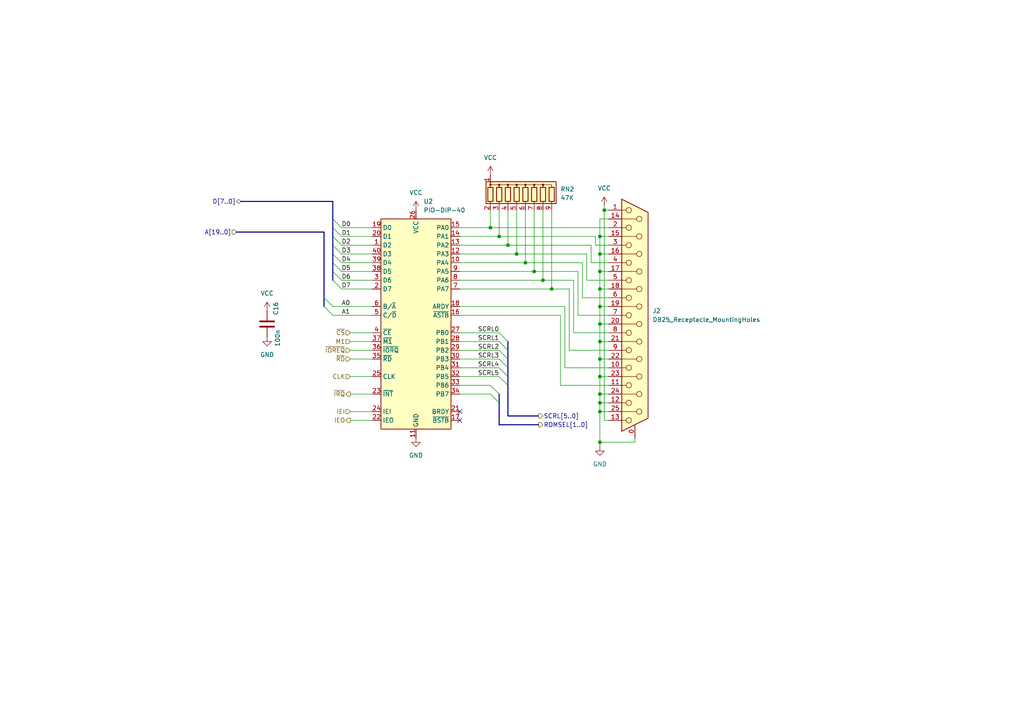
<source format=kicad_sch>
(kicad_sch (version 20231120) (generator "eeschema") (generator_version "8.0")
  (paper "A4")
  (lib_symbols
    (symbol "Connector:DB25_Receptacle_MountingHoles" (pin_names (offset 1.016) hide)
      (property "Reference" "J" (at 0 36.83 0))
      (property "Value" "DB25_Receptacle_MountingHoles" (at 0 34.925 0))
      (symbol "DB25_Receptacle_MountingHoles_0_1"
        (circle (center -1.778 -30.48) (radius 0.762))
        (circle (center -1.778 -25.4) (radius 0.762))
        (circle (center -1.778 -20.32) (radius 0.762))
        (circle (center -1.778 -15.24) (radius 0.762))
        (circle (center -1.778 -10.16) (radius 0.762))
        (circle (center -1.778 -5.08) (radius 0.762))
        (circle (center -1.778 0) (radius 0.762))
        (circle (center -1.778 5.08) (radius 0.762))
        (circle (center -1.778 10.16) (radius 0.762))
        (circle (center -1.778 15.24) (radius 0.762))
        (circle (center -1.778 20.32) (radius 0.762))
        (circle (center -1.778 25.4) (radius 0.762))
        (circle (center -1.778 30.48) (radius 0.762))
        (polyline (pts (xy -3.81 -30.48) (xy -2.54 -30.48)))
        (polyline (pts (xy -3.81 -27.94) (xy 0.508 -27.94)))
        (polyline (pts (xy -3.81 -25.4) (xy -2.54 -25.4)))
        (polyline (pts (xy -3.81 -22.86) (xy 0.508 -22.86)))
        (polyline (pts (xy -3.81 -20.32) (xy -2.54 -20.32)))
        (polyline (pts (xy -3.81 -17.78) (xy 0.508 -17.78)))
        (polyline (pts (xy -3.81 -15.24) (xy -2.54 -15.24)))
        (polyline (pts (xy -3.81 -12.7) (xy 0.508 -12.7)))
        (polyline (pts (xy -3.81 -10.16) (xy -2.54 -10.16)))
        (polyline (pts (xy -3.81 -7.62) (xy 0.508 -7.62)))
        (polyline (pts (xy -3.81 -5.08) (xy -2.54 -5.08)))
        (polyline (pts (xy -3.81 -2.54) (xy 0.508 -2.54)))
        (polyline (pts (xy -3.81 0) (xy -2.54 0)))
        (polyline (pts (xy -3.81 2.54) (xy 0.508 2.54)))
        (polyline (pts (xy -3.81 5.08) (xy -2.54 5.08)))
        (polyline (pts (xy -3.81 7.62) (xy 0.508 7.62)))
        (polyline (pts (xy -3.81 10.16) (xy -2.54 10.16)))
        (polyline (pts (xy -3.81 12.7) (xy 0.508 12.7)))
        (polyline (pts (xy -3.81 15.24) (xy -2.54 15.24)))
        (polyline (pts (xy -3.81 17.78) (xy 0.508 17.78)))
        (polyline (pts (xy -3.81 20.32) (xy -2.54 20.32)))
        (polyline (pts (xy -3.81 22.86) (xy 0.508 22.86)))
        (polyline (pts (xy -3.81 25.4) (xy -2.54 25.4)))
        (polyline (pts (xy -3.81 27.94) (xy 0.508 27.94)))
        (polyline (pts (xy -3.81 30.48) (xy -2.54 30.48)))
        (polyline (pts (xy -3.81 33.655) (xy 3.81 29.845) (xy 3.81 -29.845) (xy -3.81 -33.655) (xy -3.81 33.655)) (stroke (width 0.254)) (fill (type background)))
        (circle (center 1.27 -27.94) (radius 0.762))
        (circle (center 1.27 -22.86) (radius 0.762))
        (circle (center 1.27 -17.78) (radius 0.762))
        (circle (center 1.27 -12.7) (radius 0.762))
        (circle (center 1.27 -7.62) (radius 0.762))
        (circle (center 1.27 -2.54) (radius 0.762))
        (circle (center 1.27 2.54) (radius 0.762))
        (circle (center 1.27 7.62) (radius 0.762))
        (circle (center 1.27 12.7) (radius 0.762))
        (circle (center 1.27 17.78) (radius 0.762))
        (circle (center 1.27 22.86) (radius 0.762))
        (circle (center 1.27 27.94) (radius 0.762))
      )
      (symbol "DB25_Receptacle_MountingHoles_1_1"
        (pin passive line (at 0 -35.56 90) (length 3.81) (name "PAD") (number "0"))
        (pin passive line (at -7.62 30.48 0) (length 3.81) (name "1") (number "1"))
        (pin passive line (at -7.62 -15.24 0) (length 3.81) (name "10") (number "10"))
        (pin passive line (at -7.62 -20.32 0) (length 3.81) (name "11") (number "11"))
        (pin passive line (at -7.62 -25.4 0) (length 3.81) (name "12") (number "12"))
        (pin passive line (at -7.62 -30.48 0) (length 3.81) (name "13") (number "13"))
        (pin passive line (at -7.62 27.94 0) (length 3.81) (name "P14") (number "14"))
        (pin passive line (at -7.62 22.86 0) (length 3.81) (name "P15") (number "15"))
        (pin passive line (at -7.62 17.78 0) (length 3.81) (name "P16") (number "16"))
        (pin passive line (at -7.62 12.7 0) (length 3.81) (name "P17") (number "17"))
        (pin passive line (at -7.62 7.62 0) (length 3.81) (name "P18") (number "18"))
        (pin passive line (at -7.62 2.54 0) (length 3.81) (name "P19") (number "19"))
        (pin passive line (at -7.62 25.4 0) (length 3.81) (name "2") (number "2"))
        (pin passive line (at -7.62 -2.54 0) (length 3.81) (name "P20") (number "20"))
        (pin passive line (at -7.62 -7.62 0) (length 3.81) (name "P21") (number "21"))
        (pin passive line (at -7.62 -12.7 0) (length 3.81) (name "P22") (number "22"))
        (pin passive line (at -7.62 -17.78 0) (length 3.81) (name "P23") (number "23"))
        (pin passive line (at -7.62 -22.86 0) (length 3.81) (name "P24") (number "24"))
        (pin passive line (at -7.62 -27.94 0) (length 3.81) (name "P25") (number "25"))
        (pin passive line (at -7.62 20.32 0) (length 3.81) (name "3") (number "3"))
        (pin passive line (at -7.62 15.24 0) (length 3.81) (name "4") (number "4"))
        (pin passive line (at -7.62 10.16 0) (length 3.81) (name "5") (number "5"))
        (pin passive line (at -7.62 5.08 0) (length 3.81) (name "6") (number "6"))
        (pin passive line (at -7.62 0 0) (length 3.81) (name "7") (number "7"))
        (pin passive line (at -7.62 -5.08 0) (length 3.81) (name "8") (number "8"))
        (pin passive line (at -7.62 -10.16 0) (length 3.81) (name "9") (number "9"))
      )
    )
    (symbol "Device:C" (pin_numbers hide) (pin_names (offset 0.254))
      (property "Reference" "C" (at 0.635 2.54 0))
      (property "Value" "C" (at 0.635 -2.54 0))
      (symbol "C_0_1"
        (polyline (pts (xy -2.032 -0.762) (xy 2.032 -0.762)) (stroke (width 0.508)))
        (polyline (pts (xy -2.032 0.762) (xy 2.032 0.762)) (stroke (width 0.508)))
      )
      (symbol "C_1_1"
        (pin passive line (at 0 3.81 270) (length 2.794) (name "~") (number "1"))
        (pin passive line (at 0 -3.81 90) (length 2.794) (name "~") (number "2"))
      )
    )
    (symbol "Device:R_Network08" (pin_names (offset 0) hide)
      (property "Reference" "RN" (at -12.7 0 90))
      (property "Value" "R_Network08" (at 10.16 0 90))
      (symbol "R_Network08_0_1"
        (rectangle (start -11.43 -3.175) (end 8.89 3.175) (stroke (width 0.254)) (fill (type background)))
        (rectangle (start -10.922 1.524) (end -9.398 -2.54) (stroke (width 0.254)))
        (circle (center -10.16 2.286) (radius 0.254) (fill (type outline)))
        (rectangle (start -8.382 1.524) (end -6.858 -2.54) (stroke (width 0.254)))
        (circle (center -7.62 2.286) (radius 0.254) (fill (type outline)))
        (rectangle (start -5.842 1.524) (end -4.318 -2.54) (stroke (width 0.254)))
        (circle (center -5.08 2.286) (radius 0.254) (fill (type outline)))
        (rectangle (start -3.302 1.524) (end -1.778 -2.54) (stroke (width 0.254)))
        (circle (center -2.54 2.286) (radius 0.254) (fill (type outline)))
        (rectangle (start -0.762 1.524) (end 0.762 -2.54) (stroke (width 0.254)))
        (polyline (pts (xy -10.16 -2.54) (xy -10.16 -3.81)))
        (polyline (pts (xy -7.62 -2.54) (xy -7.62 -3.81)))
        (polyline (pts (xy -5.08 -2.54) (xy -5.08 -3.81)))
        (polyline (pts (xy -2.54 -2.54) (xy -2.54 -3.81)))
        (polyline (pts (xy 0 -2.54) (xy 0 -3.81)))
        (polyline (pts (xy 2.54 -2.54) (xy 2.54 -3.81)))
        (polyline (pts (xy 5.08 -2.54) (xy 5.08 -3.81)))
        (polyline (pts (xy 7.62 -2.54) (xy 7.62 -3.81)))
        (polyline (pts (xy -10.16 1.524) (xy -10.16 2.286) (xy -7.62 2.286) (xy -7.62 1.524)))
        (polyline (pts (xy -7.62 1.524) (xy -7.62 2.286) (xy -5.08 2.286) (xy -5.08 1.524)))
        (polyline (pts (xy -5.08 1.524) (xy -5.08 2.286) (xy -2.54 2.286) (xy -2.54 1.524)))
        (polyline (pts (xy -2.54 1.524) (xy -2.54 2.286) (xy 0 2.286) (xy 0 1.524)))
        (polyline (pts (xy 0 1.524) (xy 0 2.286) (xy 2.54 2.286) (xy 2.54 1.524)))
        (polyline (pts (xy 2.54 1.524) (xy 2.54 2.286) (xy 5.08 2.286) (xy 5.08 1.524)))
        (polyline (pts (xy 5.08 1.524) (xy 5.08 2.286) (xy 7.62 2.286) (xy 7.62 1.524)))
        (circle (center 0 2.286) (radius 0.254) (fill (type outline)))
        (rectangle (start 1.778 1.524) (end 3.302 -2.54) (stroke (width 0.254)))
        (circle (center 2.54 2.286) (radius 0.254) (fill (type outline)))
        (rectangle (start 4.318 1.524) (end 5.842 -2.54) (stroke (width 0.254)))
        (circle (center 5.08 2.286) (radius 0.254) (fill (type outline)))
        (rectangle (start 6.858 1.524) (end 8.382 -2.54) (stroke (width 0.254)))
      )
      (symbol "R_Network08_1_1"
        (pin passive line (at -10.16 5.08 270) (length 2.54) (name "common") (number "1"))
        (pin passive line (at -10.16 -5.08 90) (length 1.27) (name "R1") (number "2"))
        (pin passive line (at -7.62 -5.08 90) (length 1.27) (name "R2") (number "3"))
        (pin passive line (at -5.08 -5.08 90) (length 1.27) (name "R3") (number "4"))
        (pin passive line (at -2.54 -5.08 90) (length 1.27) (name "R4") (number "5"))
        (pin passive line (at 0 -5.08 90) (length 1.27) (name "R5") (number "6"))
        (pin passive line (at 2.54 -5.08 90) (length 1.27) (name "R6") (number "7"))
        (pin passive line (at 5.08 -5.08 90) (length 1.27) (name "R7") (number "8"))
        (pin passive line (at 7.62 -5.08 90) (length 1.27) (name "R8") (number "9"))
      )
    )
    (symbol "Zilog_Z80_Peripherals:PIO-DIP-40"
      (property "Reference" "U" (at 0 1.27 0))
      (property "Value" "PIO-DIP-40" (at 13.97 1.27 0))
      (symbol "PIO-DIP-40_1_0"
        (rectangle (start 0 0) (end 20.32 -60.96) (stroke (width 0.254)) (fill (type background)))
      )
      (symbol "PIO-DIP-40_1_1"
        (pin bidirectional line (at -2.54 -7.62 0) (length 2.54) (name "D2") (number "1"))
        (pin bidirectional line (at 22.86 -12.7 180) (length 2.54) (name "PA4") (number "10"))
        (pin power_in line (at 10.16 -63.5 90) (length 2.54) (name "GND") (number "11"))
        (pin bidirectional line (at 22.86 -10.16 180) (length 2.54) (name "PA3") (number "12"))
        (pin bidirectional line (at 22.86 -7.62 180) (length 2.54) (name "PA2") (number "13"))
        (pin bidirectional line (at 22.86 -5.08 180) (length 2.54) (name "PA1") (number "14"))
        (pin bidirectional line (at 22.86 -2.54 180) (length 2.54) (name "PA0") (number "15"))
        (pin input line (at 22.86 -27.94 180) (length 2.54) (name "~{ASTB}") (number "16"))
        (pin input line (at 22.86 -58.42 180) (length 2.54) (name "~{BSTB}") (number "17"))
        (pin output line (at 22.86 -25.4 180) (length 2.54) (name "ARDY") (number "18"))
        (pin bidirectional line (at -2.54 -2.54 0) (length 2.54) (name "D0") (number "19"))
        (pin bidirectional line (at -2.54 -20.32 0) (length 2.54) (name "D7") (number "2"))
        (pin bidirectional line (at -2.54 -5.08 0) (length 2.54) (name "D1") (number "20"))
        (pin output line (at 22.86 -55.88 180) (length 2.54) (name "BRDY") (number "21"))
        (pin output line (at -2.54 -58.42 0) (length 2.54) (name "IEO") (number "22"))
        (pin open_collector line (at -2.54 -50.8 0) (length 2.54) (name "~{INT}") (number "23"))
        (pin input line (at -2.54 -55.88 0) (length 2.54) (name "IEI") (number "24"))
        (pin input line (at -2.54 -45.72 0) (length 2.54) (name "CLK") (number "25"))
        (pin power_in line (at 10.16 2.54 270) (length 2.54) (name "VCC") (number "26"))
        (pin bidirectional line (at 22.86 -33.02 180) (length 2.54) (name "PB0") (number "27"))
        (pin bidirectional line (at 22.86 -35.56 180) (length 2.54) (name "PB1") (number "28"))
        (pin bidirectional line (at 22.86 -38.1 180) (length 2.54) (name "PB2") (number "29"))
        (pin bidirectional line (at -2.54 -17.78 0) (length 2.54) (name "D6") (number "3"))
        (pin bidirectional line (at 22.86 -40.64 180) (length 2.54) (name "PB3") (number "30"))
        (pin bidirectional line (at 22.86 -43.18 180) (length 2.54) (name "PB4") (number "31"))
        (pin bidirectional line (at 22.86 -45.72 180) (length 2.54) (name "PB5") (number "32"))
        (pin bidirectional line (at 22.86 -48.26 180) (length 2.54) (name "PB6") (number "33"))
        (pin bidirectional line (at 22.86 -50.8 180) (length 2.54) (name "PB7") (number "34"))
        (pin input line (at -2.54 -40.64 0) (length 2.54) (name "~{RD}") (number "35"))
        (pin input line (at -2.54 -38.1 0) (length 2.54) (name "~{IORQ}") (number "36"))
        (pin input line (at -2.54 -35.56 0) (length 2.54) (name "~{M1}") (number "37"))
        (pin bidirectional line (at -2.54 -15.24 0) (length 2.54) (name "D5") (number "38"))
        (pin bidirectional line (at -2.54 -12.7 0) (length 2.54) (name "D4") (number "39"))
        (pin input line (at -2.54 -33.02 0) (length 2.54) (name "~{CE}") (number "4"))
        (pin bidirectional line (at -2.54 -10.16 0) (length 2.54) (name "D3") (number "40"))
        (pin input line (at -2.54 -27.94 0) (length 2.54) (name "C/~{D}") (number "5"))
        (pin input line (at -2.54 -25.4 0) (length 2.54) (name "B/~{A}") (number "6"))
        (pin bidirectional line (at 22.86 -20.32 180) (length 2.54) (name "PA7") (number "7"))
        (pin bidirectional line (at 22.86 -17.78 180) (length 2.54) (name "PA6") (number "8"))
        (pin bidirectional line (at 22.86 -15.24 180) (length 2.54) (name "PA5") (number "9"))
      )
    )
    (symbol "power:GND" (power) (pin_numbers hide) (pin_names (offset 0) hide)
      (property "Value" "GND" (at 0 -3.81 0))
      (symbol "GND_0_1"
        (polyline (pts (xy 0 0) (xy 0 -1.27) (xy 1.27 -1.27) (xy 0 -2.54) (xy -1.27 -1.27) (xy 0 -1.27)))
      )
      (symbol "GND_1_1"
        (pin power_in line (at 0 0 270) (length 0) (name "~") (number "1"))
      )
    )
    (symbol "power:VCC" (power) (pin_numbers hide) (pin_names (offset 0) hide)
      (property "Value" "VCC" (at 0 3.556 0))
      (symbol "VCC_0_1"
        (polyline (pts (xy -0.762 1.27) (xy 0 2.54)))
        (polyline (pts (xy 0 0) (xy 0 2.54)))
        (polyline (pts (xy 0 2.54) (xy 0.762 1.27)))
      )
      (symbol "VCC_1_1"
        (pin power_in line (at 0 0 90) (length 0) (name "~") (number "1"))
      )
    )
  )
  (junction (at 173.99 68.58))
  (junction (at 173.99 119.38))
  (junction (at 173.99 83.82))
  (junction (at 175.26 60.96))
  (junction (at 173.99 73.66))
  (junction (at 173.99 116.84))
  (junction (at 152.4 76.2))
  (junction (at 173.99 128.27))
  (junction (at 173.99 99.06))
  (junction (at 142.24 66.04))
  (junction (at 160.02 83.82))
  (junction (at 173.99 88.9))
  (junction (at 173.99 78.74))
  (junction (at 149.86 73.66))
  (junction (at 173.99 93.98))
  (junction (at 154.94 78.74))
  (junction (at 173.99 104.14))
  (junction (at 147.32 71.12))
  (junction (at 157.48 81.28))
  (junction (at 144.78 68.58))
  (junction (at 173.99 114.3))
  (junction (at 173.99 109.22))
  (no_connect (at 133.35 121.92))
  (no_connect (at 133.35 119.38))
  (bus_entry (at 96.52 78.74) (size 2.54 2.54))
  (bus_entry (at 96.52 76.2) (size 2.54 2.54))
  (bus_entry (at 147.32 99.06) (size -2.54 -2.54))
  (bus_entry (at 144.78 114.3) (size -2.54 -2.54))
  (bus_entry (at 96.52 71.12) (size 2.54 2.54))
  (bus_entry (at 147.32 109.22) (size -2.54 -2.54))
  (bus_entry (at 147.32 106.68) (size -2.54 -2.54))
  (bus_entry (at 96.52 63.5) (size 2.54 2.54))
  (bus_entry (at 147.32 111.76) (size -2.54 -2.54))
  (bus_entry (at 96.52 66.04) (size 2.54 2.54))
  (bus_entry (at 147.32 104.14) (size -2.54 -2.54))
  (bus_entry (at 147.32 101.6) (size -2.54 -2.54))
  (bus_entry (at 96.52 73.66) (size 2.54 2.54))
  (bus_entry (at 96.52 68.58) (size 2.54 2.54))
  (bus_entry (at 93.98 86.36) (size 2.54 2.54))
  (bus_entry (at 93.98 88.9) (size 2.54 2.54))
  (bus_entry (at 96.52 81.28) (size 2.54 2.54))
  (bus_entry (at 144.78 116.84) (size -2.54 -2.54))
  (wire (pts (xy 101.6 109.22) (xy 107.95 109.22)))
  (wire (pts (xy 96.52 91.44) (xy 107.95 91.44)))
  (wire (pts (xy 173.99 128.27) (xy 173.99 119.38)))
  (wire (pts (xy 101.6 96.52) (xy 107.95 96.52)))
  (bus (pts (xy 147.32 101.6) (xy 147.32 104.14)))
  (bus (pts (xy 144.78 116.84) (xy 144.78 123.19)))
  (wire (pts (xy 175.26 60.96) (xy 176.53 60.96)))
  (wire (pts (xy 160.02 83.82) (xy 165.1 83.82)))
  (wire (pts (xy 142.24 60.96) (xy 142.24 66.04)))
  (wire (pts (xy 133.35 101.6) (xy 144.78 101.6)))
  (wire (pts (xy 170.18 81.28) (xy 176.53 81.28)))
  (wire (pts (xy 167.64 91.44) (xy 176.53 91.44)))
  (wire (pts (xy 173.99 114.3) (xy 173.99 109.22)))
  (wire (pts (xy 173.99 63.5) (xy 176.53 63.5)))
  (bus (pts (xy 96.52 81.28) (xy 96.52 78.74)))
  (wire (pts (xy 173.99 99.06) (xy 173.99 93.98)))
  (bus (pts (xy 96.52 66.04) (xy 96.52 63.5)))
  (bus (pts (xy 96.52 76.2) (xy 96.52 73.66)))
  (wire (pts (xy 173.99 104.14) (xy 176.53 104.14)))
  (bus (pts (xy 96.52 68.58) (xy 96.52 66.04)))
  (wire (pts (xy 167.64 78.74) (xy 167.64 91.44)))
  (wire (pts (xy 172.72 68.58) (xy 172.72 71.12)))
  (wire (pts (xy 99.06 66.04) (xy 107.95 66.04)))
  (wire (pts (xy 173.99 128.27) (xy 184.15 128.27)))
  (wire (pts (xy 163.83 88.9) (xy 163.83 106.68)))
  (wire (pts (xy 162.56 111.76) (xy 176.53 111.76)))
  (bus (pts (xy 96.52 78.74) (xy 96.52 76.2)))
  (wire (pts (xy 133.35 78.74) (xy 154.94 78.74)))
  (wire (pts (xy 101.6 121.92) (xy 107.95 121.92)))
  (wire (pts (xy 133.35 106.68) (xy 144.78 106.68)))
  (wire (pts (xy 173.99 109.22) (xy 176.53 109.22)))
  (bus (pts (xy 96.52 71.12) (xy 96.52 68.58)))
  (wire (pts (xy 166.37 81.28) (xy 166.37 96.52)))
  (bus (pts (xy 147.32 109.22) (xy 147.32 111.76)))
  (wire (pts (xy 101.6 119.38) (xy 107.95 119.38)))
  (wire (pts (xy 133.35 83.82) (xy 160.02 83.82)))
  (wire (pts (xy 175.26 60.96) (xy 175.26 121.92)))
  (wire (pts (xy 133.35 91.44) (xy 162.56 91.44)))
  (wire (pts (xy 173.99 116.84) (xy 173.99 114.3)))
  (wire (pts (xy 173.99 93.98) (xy 173.99 88.9)))
  (wire (pts (xy 133.35 68.58) (xy 144.78 68.58)))
  (wire (pts (xy 133.35 71.12) (xy 147.32 71.12)))
  (wire (pts (xy 173.99 109.22) (xy 173.99 104.14)))
  (wire (pts (xy 173.99 73.66) (xy 176.53 73.66)))
  (wire (pts (xy 173.99 119.38) (xy 173.99 116.84)))
  (wire (pts (xy 133.35 104.14) (xy 144.78 104.14)))
  (wire (pts (xy 165.1 83.82) (xy 165.1 101.6)))
  (bus (pts (xy 147.32 106.68) (xy 147.32 109.22)))
  (wire (pts (xy 96.52 88.9) (xy 107.95 88.9)))
  (wire (pts (xy 157.48 60.96) (xy 157.48 81.28)))
  (wire (pts (xy 173.99 88.9) (xy 176.53 88.9)))
  (wire (pts (xy 173.99 129.54) (xy 173.99 128.27)))
  (wire (pts (xy 173.99 93.98) (xy 176.53 93.98)))
  (wire (pts (xy 154.94 60.96) (xy 154.94 78.74)))
  (wire (pts (xy 175.26 59.69) (xy 175.26 60.96)))
  (wire (pts (xy 133.35 81.28) (xy 157.48 81.28)))
  (wire (pts (xy 147.32 60.96) (xy 147.32 71.12)))
  (wire (pts (xy 175.26 121.92) (xy 176.53 121.92)))
  (wire (pts (xy 133.35 114.3) (xy 142.24 114.3)))
  (wire (pts (xy 147.32 71.12) (xy 171.45 71.12)))
  (wire (pts (xy 173.99 116.84) (xy 176.53 116.84)))
  (wire (pts (xy 173.99 104.14) (xy 173.99 99.06)))
  (wire (pts (xy 163.83 106.68) (xy 176.53 106.68)))
  (wire (pts (xy 173.99 99.06) (xy 176.53 99.06)))
  (bus (pts (xy 68.58 67.31) (xy 93.98 67.31)))
  (wire (pts (xy 173.99 88.9) (xy 173.99 83.82)))
  (wire (pts (xy 157.48 81.28) (xy 166.37 81.28)))
  (wire (pts (xy 101.6 101.6) (xy 107.95 101.6)))
  (wire (pts (xy 99.06 78.74) (xy 107.95 78.74)))
  (wire (pts (xy 173.99 83.82) (xy 173.99 78.74)))
  (bus (pts (xy 93.98 86.36) (xy 93.98 88.9)))
  (wire (pts (xy 99.06 83.82) (xy 107.95 83.82)))
  (wire (pts (xy 173.99 68.58) (xy 173.99 63.5)))
  (wire (pts (xy 152.4 76.2) (xy 168.91 76.2)))
  (wire (pts (xy 101.6 114.3) (xy 107.95 114.3)))
  (wire (pts (xy 154.94 78.74) (xy 167.64 78.74)))
  (wire (pts (xy 133.35 111.76) (xy 142.24 111.76)))
  (wire (pts (xy 168.91 76.2) (xy 168.91 86.36)))
  (wire (pts (xy 149.86 60.96) (xy 149.86 73.66)))
  (wire (pts (xy 168.91 86.36) (xy 176.53 86.36)))
  (wire (pts (xy 162.56 91.44) (xy 162.56 111.76)))
  (wire (pts (xy 173.99 114.3) (xy 176.53 114.3)))
  (wire (pts (xy 133.35 109.22) (xy 144.78 109.22)))
  (wire (pts (xy 173.99 73.66) (xy 173.99 68.58)))
  (bus (pts (xy 147.32 104.14) (xy 147.32 106.68)))
  (wire (pts (xy 170.18 73.66) (xy 170.18 81.28)))
  (wire (pts (xy 173.99 119.38) (xy 176.53 119.38)))
  (wire (pts (xy 165.1 101.6) (xy 176.53 101.6)))
  (wire (pts (xy 173.99 83.82) (xy 176.53 83.82)))
  (wire (pts (xy 173.99 78.74) (xy 176.53 78.74)))
  (wire (pts (xy 166.37 96.52) (xy 176.53 96.52)))
  (wire (pts (xy 142.24 66.04) (xy 176.53 66.04)))
  (wire (pts (xy 171.45 76.2) (xy 176.53 76.2)))
  (wire (pts (xy 133.35 66.04) (xy 142.24 66.04)))
  (wire (pts (xy 173.99 78.74) (xy 173.99 73.66)))
  (bus (pts (xy 96.52 63.5) (xy 96.52 58.42)))
  (bus (pts (xy 96.52 73.66) (xy 96.52 71.12)))
  (bus (pts (xy 147.32 99.06) (xy 147.32 101.6)))
  (wire (pts (xy 172.72 71.12) (xy 176.53 71.12)))
  (wire (pts (xy 101.6 104.14) (xy 107.95 104.14)))
  (wire (pts (xy 173.99 68.58) (xy 176.53 68.58)))
  (bus (pts (xy 144.78 123.19) (xy 156.21 123.19)))
  (wire (pts (xy 144.78 60.96) (xy 144.78 68.58)))
  (wire (pts (xy 184.15 128.27) (xy 184.15 127)))
  (wire (pts (xy 99.06 68.58) (xy 107.95 68.58)))
  (bus (pts (xy 144.78 114.3) (xy 144.78 116.84)))
  (wire (pts (xy 144.78 68.58) (xy 172.72 68.58)))
  (wire (pts (xy 133.35 96.52) (xy 144.78 96.52)))
  (wire (pts (xy 99.06 73.66) (xy 107.95 73.66)))
  (wire (pts (xy 149.86 73.66) (xy 170.18 73.66)))
  (wire (pts (xy 133.35 73.66) (xy 149.86 73.66)))
  (bus (pts (xy 147.32 111.76) (xy 147.32 120.65)))
  (bus (pts (xy 147.32 120.65) (xy 156.21 120.65)))
  (wire (pts (xy 133.35 99.06) (xy 144.78 99.06)))
  (wire (pts (xy 171.45 71.12) (xy 171.45 76.2)))
  (wire (pts (xy 152.4 60.96) (xy 152.4 76.2)))
  (bus (pts (xy 93.98 67.31) (xy 93.98 86.36)))
  (wire (pts (xy 99.06 71.12) (xy 107.95 71.12)))
  (wire (pts (xy 133.35 76.2) (xy 152.4 76.2)))
  (wire (pts (xy 101.6 99.06) (xy 107.95 99.06)))
  (wire (pts (xy 99.06 76.2) (xy 107.95 76.2)))
  (wire (pts (xy 160.02 60.96) (xy 160.02 83.82)))
  (bus (pts (xy 69.85 58.42) (xy 96.52 58.42)))
  (wire (pts (xy 99.06 81.28) (xy 107.95 81.28)))
  (wire (pts (xy 133.35 88.9) (xy 163.83 88.9)))
  (label "A1" (at 99.06 91.44 0))
  (label "SCRL5" (at 144.78 109.22 180))
  (label "SCRL0" (at 144.78 96.52 180))
  (label "D6" (at 99.06 81.28 0))
  (label "SCRL1" (at 144.78 99.06 180))
  (label "D2" (at 99.06 71.12 0))
  (label "D7" (at 99.06 83.82 0))
  (label "SCRL3" (at 144.78 104.14 180))
  (label "SCRL4" (at 144.78 106.68 180))
  (label "D4" (at 99.06 76.2 0))
  (label "D1" (at 99.06 68.58 0))
  (label "D5" (at 99.06 78.74 0))
  (label "SCRL2" (at 144.78 101.6 180))
  (label "A0" (at 99.06 88.9 0))
  (label "D0" (at 99.06 66.04 0))
  (label "D3" (at 99.06 73.66 0))
  (hierarchical_label "D[7..0]" (shape bidirectional) (at 69.85 58.42 180))
  (hierarchical_label "ROMSEL[1..0]" (shape output) (at 156.21 123.19 0))
  (hierarchical_label "IEI" (shape input) (at 101.6 119.38 180))
  (hierarchical_label "~{CS}" (shape input) (at 101.6 96.52 180))
  (hierarchical_label "CLK" (shape input) (at 101.6 109.22 180))
  (hierarchical_label "A[19..0]" (shape input) (at 68.58 67.31 180))
  (hierarchical_label "M1" (shape input) (at 101.6 99.06 180))
  (hierarchical_label "~{RD}" (shape input) (at 101.6 104.14 180))
  (hierarchical_label "SCRL[5..0]" (shape output) (at 156.21 120.65 0))
  (hierarchical_label "IEO" (shape output) (at 101.6 121.92 180))
  (hierarchical_label "~{IRQ}" (shape output) (at 101.6 114.3 180))
  (hierarchical_label "~{IOREQ}" (shape input) (at 101.6 101.6 180))
  (symbol (lib_id "power:VCC") (at 77.47 90.17 0) (unit 1)
    (property "Reference" "#PWR056" (effects (hide yes)))
    (property "Value" "VCC" (at 77.47 85.09 0))
    (property "Description" "Power symbol creates a global label with name \"VCC\"" (effects (hide yes)))
  )
  (symbol (lib_id "power:GND") (at 173.99 129.54 0) (unit 1)
    (property "Reference" "#PWR012" (effects (hide yes)))
    (property "Value" "GND" (at 173.99 134.62 0))
    (property "Description" "Power symbol creates a global label with name \"GND\" , ground" (effects (hide yes)))
  )
  (symbol (lib_id "power:VCC") (at 142.24 50.8 0) (unit 1)
    (property "Reference" "#PWR015" (effects (hide yes)))
    (property "Value" "VCC" (at 142.24 45.72 0))
    (property "Description" "Power symbol creates a global label with name \"VCC\"" (effects (hide yes)))
  )
  (symbol (lib_id "Connector:DB25_Receptacle_MountingHoles") (at 184.15 91.44 0) (unit 1)
    (property "Reference" "J2" (at 189.23 90.1699 0) (effects (justify left)))
    (property "Value" "DB25_Receptacle_MountingHoles" (at 189.23 92.7099 0) (effects (justify left)))
    (property "Description" "25-pin female receptacle socket D-SUB connector, Mounting Hole" (effects (hide yes)))
  )
  (symbol (lib_id "power:GND") (at 120.65 127 0) (unit 1)
    (property "Reference" "#PWR013" (effects (hide yes)))
    (property "Value" "GND" (at 120.65 132.08 0))
    (property "Description" "Power symbol creates a global label with name \"GND\" , ground" (effects (hide yes)))
  )
  (symbol (lib_id "Device:R_Network08") (at 152.4 55.88 0) (unit 1)
    (property "Reference" "RN2" (at 162.56 54.8639 0) (effects (justify left)))
    (property "Value" "47K" (at 162.56 57.4039 0) (effects (justify left)))
    (property "Footprint" "Resistor_THT:R_Array_SIP9" (effects (hide yes)))
    (property "Datasheet" "http://www.vishay.com/docs/31509/csc.pdf" (effects (hide yes)))
    (property "Description" "8 resistor network, star topology, bussed resistors, small symbol" (effects (hide yes)))
  )
  (symbol (lib_id "Zilog_Z80_Peripherals:PIO-DIP-40") (at 110.49 63.5 0) (unit 1)
    (property "Reference" "U2" (at 122.8441 58.42 0) (effects (justify left)))
    (property "Value" "PIO-DIP-40" (at 122.8441 60.96 0) (effects (justify left)))
    (property "Footprint" "Package_DIP:DIP-40_W15.24mm" (effects (hide yes)))
    (property "Datasheet" "https://www.zilog.com/appnotes_download.php?FromPage=DirectLink&dn=PS0180&ft=Product%20Specification%20(Data%20Sheet)%20%20&f=YUhSMGNEb3ZMM2QzZHk1NmFXeHZaeTVqYjIwdlpHOWpjeTk2T0RBdmNITXdNVGd3TG5Ca1pnPT0=" (effects (hide yes)))
    (property "Description" "ZILOG PIO DIP-40 Z84C20 Z8420" (effects (hide yes)))
  )
  (symbol (lib_id "Device:C") (at 77.47 93.98 0) (unit 1)
    (property "Reference" "C16" (at 80.01 91.44 90) (effects (justify left)))
    (property "Value" "100n" (at 80.518 100.584 90) (effects (justify left)))
    (property "Footprint" "Capacitor_THT:C_Disc_D5.0mm_W2.5mm_P2.50mm" (effects (hide yes)))
    (property "Description" "Unpolarized capacitor" (effects (hide yes)))
  )
  (symbol (lib_id "power:VCC") (at 175.26 59.69 0) (unit 1)
    (property "Reference" "#PWR011" (effects (hide yes)))
    (property "Value" "VCC" (at 175.26 54.61 0))
    (property "Description" "Power symbol creates a global label with name \"VCC\"" (effects (hide yes)))
  )
  (symbol (lib_id "power:VCC") (at 120.65 60.96 0) (unit 1)
    (property "Reference" "#PWR010" (effects (hide yes)))
    (property "Value" "VCC" (at 120.65 55.88 0))
    (property "Description" "Power symbol creates a global label with name \"VCC\"" (effects (hide yes)))
  )
  (symbol (lib_id "power:GND") (at 77.47 97.79 0) (unit 1)
    (property "Reference" "#PWR058" (effects (hide yes)))
    (property "Value" "GND" (at 77.47 102.87 0))
    (property "Description" "Power symbol creates a global label with name \"GND\" , ground" (effects (hide yes)))
  )
)
</source>
